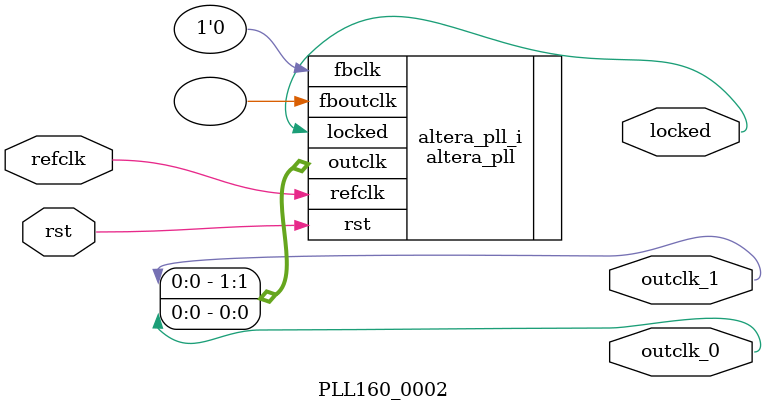
<source format=v>
`timescale 1ns/10ps
module  PLL160_0002(

	// interface 'refclk'
	input wire refclk,

	// interface 'reset'
	input wire rst,

	// interface 'outclk0'
	output wire outclk_0,

	// interface 'outclk1'
	output wire outclk_1,

	// interface 'locked'
	output wire locked
);

	altera_pll #(
		.fractional_vco_multiplier("false"),
		.reference_clock_frequency("50.0 MHz"),
		.operation_mode("direct"),
		.number_of_clocks(2),
		.output_clock_frequency0("25.000000 MHz"),
		.phase_shift0("0 ps"),
		.duty_cycle0(50),
		.output_clock_frequency1("160.000000 MHz"),
		.phase_shift1("0 ps"),
		.duty_cycle1(50),
		.output_clock_frequency2("0 MHz"),
		.phase_shift2("0 ps"),
		.duty_cycle2(50),
		.output_clock_frequency3("0 MHz"),
		.phase_shift3("0 ps"),
		.duty_cycle3(50),
		.output_clock_frequency4("0 MHz"),
		.phase_shift4("0 ps"),
		.duty_cycle4(50),
		.output_clock_frequency5("0 MHz"),
		.phase_shift5("0 ps"),
		.duty_cycle5(50),
		.output_clock_frequency6("0 MHz"),
		.phase_shift6("0 ps"),
		.duty_cycle6(50),
		.output_clock_frequency7("0 MHz"),
		.phase_shift7("0 ps"),
		.duty_cycle7(50),
		.output_clock_frequency8("0 MHz"),
		.phase_shift8("0 ps"),
		.duty_cycle8(50),
		.output_clock_frequency9("0 MHz"),
		.phase_shift9("0 ps"),
		.duty_cycle9(50),
		.output_clock_frequency10("0 MHz"),
		.phase_shift10("0 ps"),
		.duty_cycle10(50),
		.output_clock_frequency11("0 MHz"),
		.phase_shift11("0 ps"),
		.duty_cycle11(50),
		.output_clock_frequency12("0 MHz"),
		.phase_shift12("0 ps"),
		.duty_cycle12(50),
		.output_clock_frequency13("0 MHz"),
		.phase_shift13("0 ps"),
		.duty_cycle13(50),
		.output_clock_frequency14("0 MHz"),
		.phase_shift14("0 ps"),
		.duty_cycle14(50),
		.output_clock_frequency15("0 MHz"),
		.phase_shift15("0 ps"),
		.duty_cycle15(50),
		.output_clock_frequency16("0 MHz"),
		.phase_shift16("0 ps"),
		.duty_cycle16(50),
		.output_clock_frequency17("0 MHz"),
		.phase_shift17("0 ps"),
		.duty_cycle17(50),
		.pll_type("General"),
		.pll_subtype("General")
	) altera_pll_i (
		.rst	(rst),
		.outclk	({outclk_1, outclk_0}),
		.locked	(locked),
		.fboutclk	( ),
		.fbclk	(1'b0),
		.refclk	(refclk)
	);
endmodule


</source>
